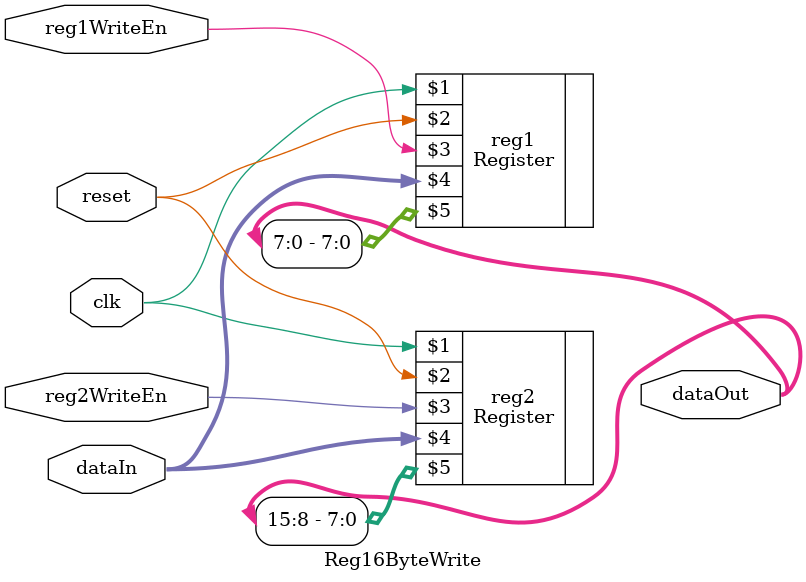
<source format=v>
module Reg16ByteWrite(
    input wire clk,
    input wire reset,
    input wire reg1WriteEn,
    input wire reg2WriteEn,
    input wire [7:0] dataIn,
    output wire [15:0] dataOut
);
    Register #(8, 8'b0) reg1(
        clk,
        reset,
        reg1WriteEn,
        dataIn,
        dataOut[7:0]
    );

    Register #(8, 8'b0) reg2(
        clk,
        reset,
        reg2WriteEn,
        dataIn,
        dataOut[15:8]
    );
endmodule
</source>
